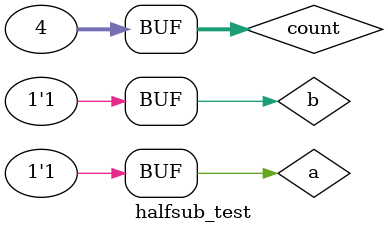
<source format=v>
module halfsub(a,b,diff,borrow);
	input a,b;
	output diff,borrow;
	wire c;

	xor(diff,a,b);
	not(c,a);
	and(borrow,c,b);
endmodule

module halfsub_test;
	reg a,b;
	wire diff,borrow;
	halfsub test(a,b,diff,borrow);
	integer count;
	initial begin
	for(count=0;count<4;count=count+1)begin
		{a,b}=count;
		#20;
		end
	end
endmodule



</source>
